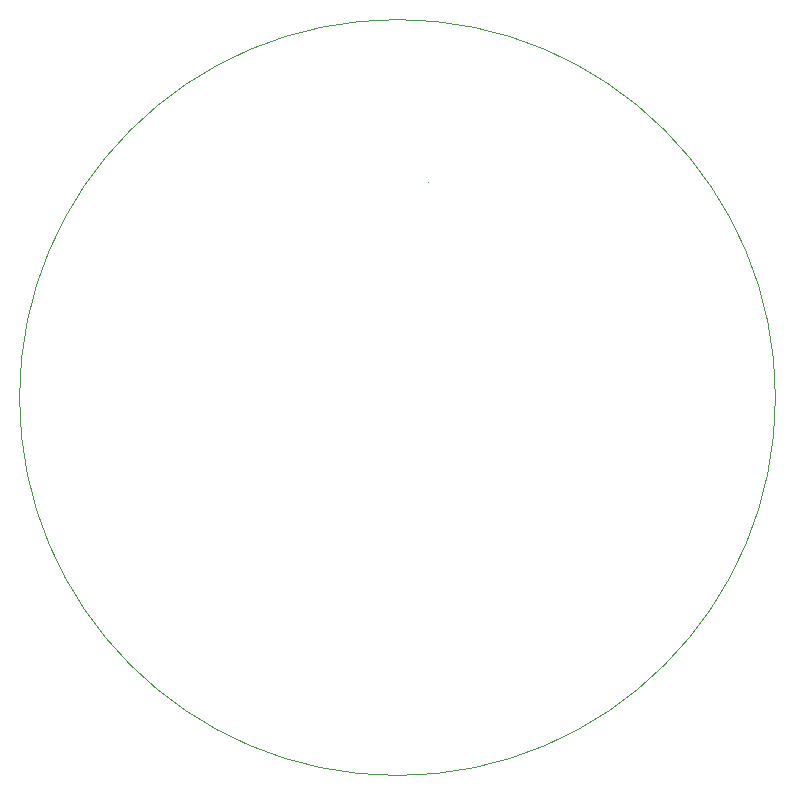
<source format=gbr>
G04 #@! TF.GenerationSoftware,KiCad,Pcbnew,(6.99.0-2452-gdb4f2d9dd8)*
G04 #@! TF.CreationDate,2022-08-01T20:43:06-05:00*
G04 #@! TF.ProjectId,HAS,4841532e-6b69-4636-9164-5f7063625858,rev?*
G04 #@! TF.SameCoordinates,Original*
G04 #@! TF.FileFunction,Profile,NP*
%FSLAX46Y46*%
G04 Gerber Fmt 4.6, Leading zero omitted, Abs format (unit mm)*
G04 Created by KiCad (PCBNEW (6.99.0-2452-gdb4f2d9dd8)) date 2022-08-01 20:43:06*
%MOMM*%
%LPD*%
G01*
G04 APERTURE LIST*
G04 #@! TA.AperFunction,Profile*
%ADD10C,0.100000*%
G04 #@! TD*
G04 APERTURE END LIST*
D10*
X162600001Y-81800000D02*
G75*
G03*
X162600001Y-81800000I-1J0D01*
G01*
X192000000Y-100000000D02*
G75*
G03*
X192000000Y-100000000I-32000000J0D01*
G01*
M02*

</source>
